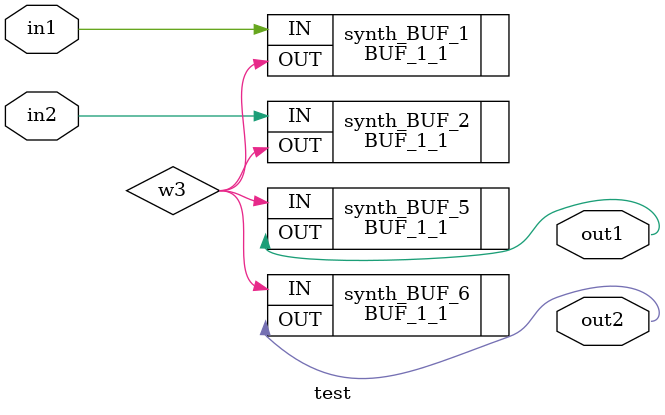
<source format=v>
module test(in1, in2, out1, out2);

input wire in1;
input wire in2;
output wire out1;
output wire out2;
wire w3;
BUF_1_1 synth_BUF_1(.OUT(w3), .IN(in1));
BUF_1_1 synth_BUF_2(.OUT(w3), .IN(in2));
BUF_1_1 synth_BUF_5(.OUT(out1), .IN(w3));
BUF_1_1 synth_BUF_6(.OUT(out2), .IN(w3));
endmodule

</source>
